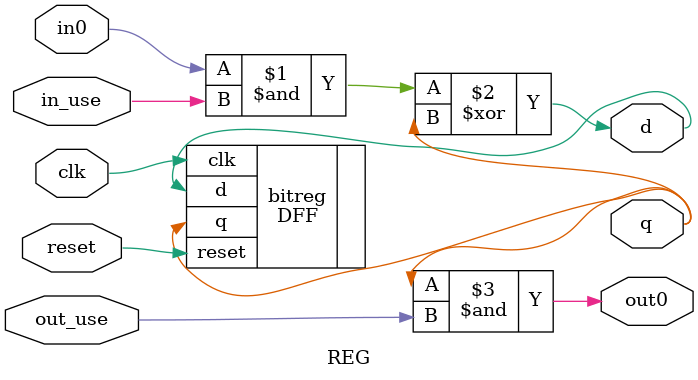
<source format=v>
module REG (
	input wire clk,
	input wire reset,
	input wire in0,
	input wire in_use,
	input wire out_use,
	output wire out0,
	output wire d,
	output wire q
	);

	assign d = (in0 & in_use) ^ q;

	//wire d;
	//wire q;
	DFF bitreg(.clk(clk), .reset(reset), .d(d), .q(q));
	assign out0 = q & out_use;
endmodule




</source>
